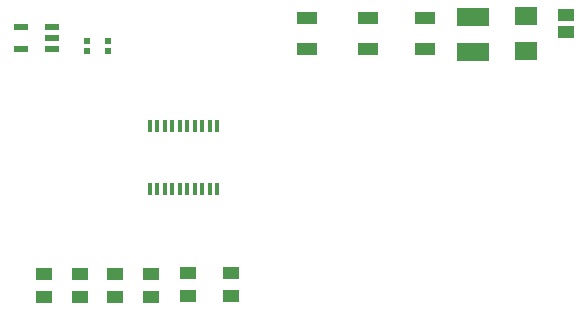
<source format=gtp>
G04*
G04 #@! TF.GenerationSoftware,Altium Limited,CircuitMaker,2.2.1 (2.2.1.6)*
G04*
G04 Layer_Color=7318015*
%FSLAX42Y42*%
%MOMM*%
G71*
G04*
G04 #@! TF.SameCoordinates,5355ADBA-153D-489E-8AFD-21DFC59981DC*
G04*
G04*
G04 #@! TF.FilePolarity,Positive*
G04*
G01*
G75*
%ADD14R,0.38X1.14*%
%ADD15R,1.20X0.55*%
%ADD16R,1.70X1.10*%
%ADD17R,1.40X1.02*%
%ADD18R,0.55X0.55*%
%ADD19R,2.80X1.50*%
%ADD20R,1.90X1.50*%
%ADD21R,1.35X1.10*%
D14*
X4261Y9841D02*
D03*
X4197D02*
D03*
X4134D02*
D03*
X4070D02*
D03*
X4007D02*
D03*
X3943D02*
D03*
X4324D02*
D03*
X4388D02*
D03*
X4451D02*
D03*
X4515D02*
D03*
X4197Y10377D02*
D03*
X4261D02*
D03*
X4324D02*
D03*
X4388D02*
D03*
X4451D02*
D03*
X4515D02*
D03*
X4134D02*
D03*
X4070D02*
D03*
X4007D02*
D03*
X3943D02*
D03*
D15*
X3115Y11030D02*
D03*
Y11125D02*
D03*
Y11220D02*
D03*
X2854D02*
D03*
Y11030D02*
D03*
D16*
X5271Y11290D02*
D03*
Y11030D02*
D03*
X5791Y11293D02*
D03*
Y11033D02*
D03*
X6274Y11293D02*
D03*
Y11033D02*
D03*
D17*
X4635Y8941D02*
D03*
Y9131D02*
D03*
X3645Y9125D02*
D03*
Y8934D02*
D03*
X3048D02*
D03*
Y9125D02*
D03*
X3353D02*
D03*
Y8934D02*
D03*
X3950Y9125D02*
D03*
Y8934D02*
D03*
X4267Y8941D02*
D03*
Y9131D02*
D03*
D18*
X3416Y11100D02*
D03*
Y11010D02*
D03*
X3594Y11100D02*
D03*
Y11010D02*
D03*
D19*
X6680Y11001D02*
D03*
Y11301D02*
D03*
D20*
X7125Y11013D02*
D03*
Y11313D02*
D03*
D21*
X7468Y11176D02*
D03*
Y11316D02*
D03*
M02*

</source>
